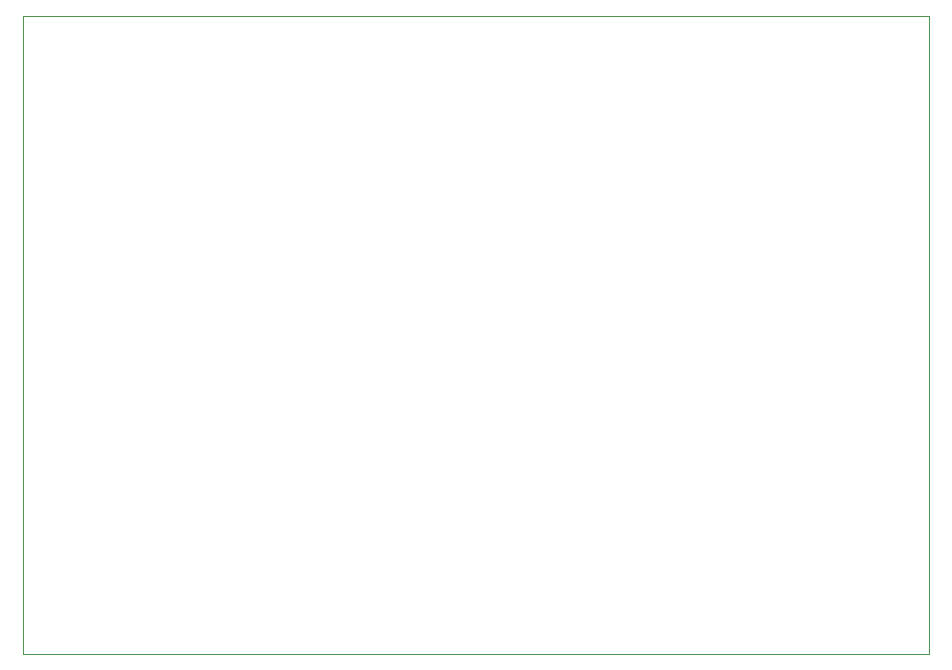
<source format=gbr>
%TF.GenerationSoftware,KiCad,Pcbnew,8.0.1*%
%TF.CreationDate,2024-04-17T16:23:31+02:00*%
%TF.ProjectId,protoA,70726f74-6f41-42e6-9b69-6361645f7063,rev?*%
%TF.SameCoordinates,PX7e13640PY4c4b400*%
%TF.FileFunction,Profile,NP*%
%FSLAX46Y46*%
G04 Gerber Fmt 4.6, Leading zero omitted, Abs format (unit mm)*
G04 Created by KiCad (PCBNEW 8.0.1) date 2024-04-17 16:23:31*
%MOMM*%
%LPD*%
G01*
G04 APERTURE LIST*
%TA.AperFunction,Profile*%
%ADD10C,0.050000*%
%TD*%
G04 APERTURE END LIST*
D10*
X76800000Y54000000D02*
X76800000Y0D01*
X50000Y54000000D02*
X76800000Y54000000D01*
X76800000Y0D02*
X50000Y0D01*
X50000Y0D02*
X50000Y54000000D01*
M02*

</source>
